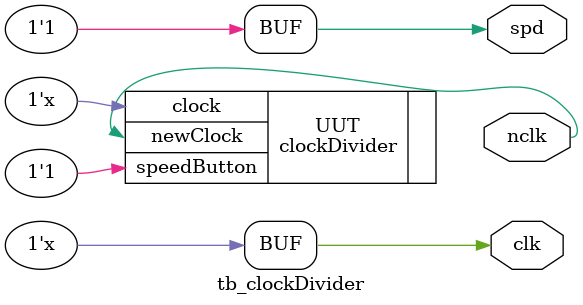
<source format=sv>
`timescale 1ns/1ns

module tb_clockDivider(clk, spd, nclk);
	output reg clk = 0;
	output reg spd;
	output reg nclk;
	
	clockDivider UUT(.clock(clk), .speedButton(spd), .newClock(nclk));
	
	always begin // works only for simulation; can't do this is regular .sv files that we mount on hardware
		#1; // should be put first
		clk = ~clk; 
	end
	
	initial begin
		spd = 1;
	end

endmodule

</source>
